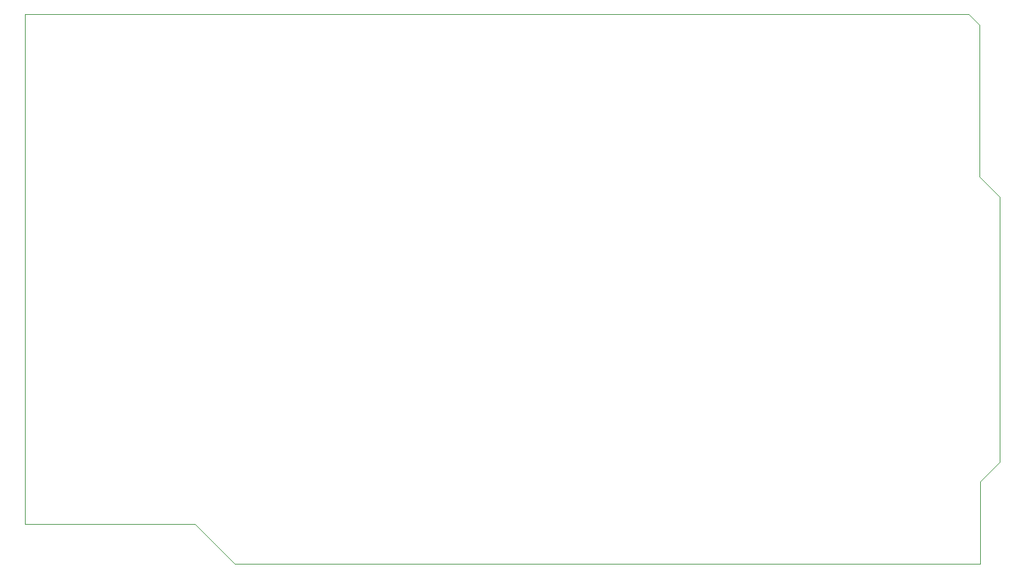
<source format=gbr>
G04 #@! TF.FileFunction,Profile,NP*
%FSLAX46Y46*%
G04 Gerber Fmt 4.6, Leading zero omitted, Abs format (unit mm)*
G04 Created by KiCad (PCBNEW 4.0.6) date Tuesday 03. October 2017 15.24.42*
%MOMM*%
%LPD*%
G01*
G04 APERTURE LIST*
%ADD10C,0.100000*%
G04 APERTURE END LIST*
D10*
X148107400Y-129870200D02*
X153111200Y-134874000D01*
X126746000Y-129870200D02*
X148107400Y-129870200D01*
X126746000Y-65887600D02*
X126796800Y-65887600D01*
X126746000Y-129874000D02*
X126746000Y-65887600D01*
X246634000Y-134874000D02*
X153111200Y-134874000D01*
X246634000Y-124510800D02*
X246634000Y-134874000D01*
X249072400Y-122072400D02*
X246634000Y-124510800D01*
X249072400Y-88798400D02*
X249072400Y-122072400D01*
X246583200Y-86309200D02*
X249072400Y-88798400D01*
X246583200Y-67259200D02*
X246583200Y-86309200D01*
X245211600Y-65887600D02*
X246583200Y-67259200D01*
X126796800Y-65887600D02*
X245211600Y-65887600D01*
M02*

</source>
